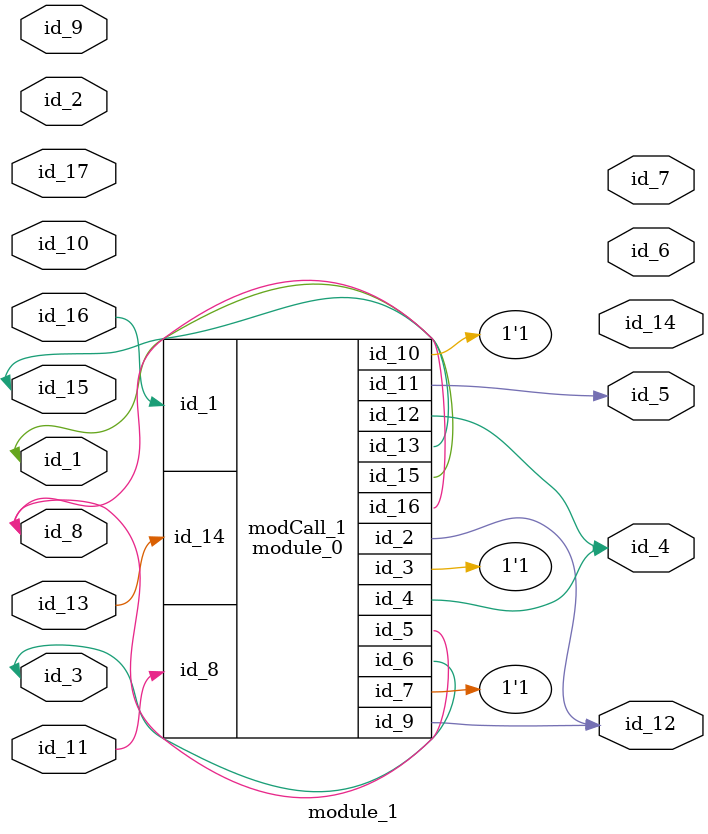
<source format=v>
module module_0 (
    id_1,
    id_2,
    id_3,
    id_4,
    id_5,
    id_6,
    id_7,
    id_8,
    id_9,
    id_10,
    id_11,
    id_12,
    id_13,
    id_14,
    id_15,
    id_16
);
  inout wire id_16;
  inout wire id_15;
  input wire id_14;
  output wire id_13;
  output wire id_12;
  output wire id_11;
  output wire id_10;
  output wire id_9;
  input wire id_8;
  inout wire id_7;
  inout wire id_6;
  inout wire id_5;
  output wire id_4;
  output wire id_3;
  output wire id_2;
  input wire id_1;
  wire id_17;
endmodule
module module_1 (
    id_1,
    id_2,
    id_3,
    id_4,
    id_5,
    id_6,
    id_7,
    id_8,
    id_9,
    id_10,
    id_11,
    id_12,
    id_13,
    id_14,
    id_15,
    id_16,
    id_17
);
  input wire id_17;
  input wire id_16;
  inout wire id_15;
  output wire id_14;
  inout wire id_13;
  output wire id_12;
  input wire id_11;
  inout wire id_10;
  inout wire id_9;
  inout wire id_8;
  output wire id_7;
  output wire id_6;
  output wire id_5;
  output wire id_4;
  inout wire id_3;
  input wire id_2;
  inout wire id_1;
  parameter id_18 = 1;
  module_0 modCall_1 (
      id_16,
      id_12,
      id_18,
      id_4,
      id_8,
      id_3,
      id_18,
      id_11,
      id_12,
      id_18,
      id_5,
      id_4,
      id_15,
      id_13,
      id_1,
      id_8
  );
  wire id_19;
  wire id_20, id_21;
endmodule

</source>
